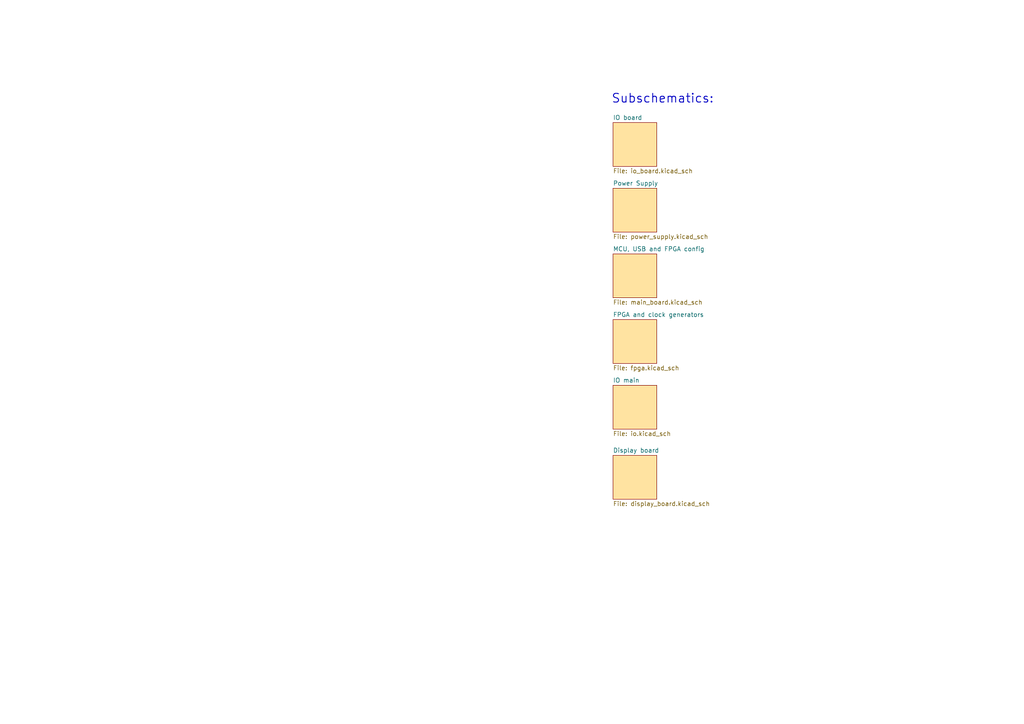
<source format=kicad_sch>
(kicad_sch
	(version 20250114)
	(generator "eeschema")
	(generator_version "9.0")
	(uuid "81929cdc-f9fd-4c47-8b7e-bc8597104756")
	(paper "A4")
	(title_block
		(title "16-in, 16-out USB <-> ADAT interface")
		(rev "1.0a")
		(company "Rethera")
		(comment 1 "Drawn by Łukasz Świszcz")
	)
	(lib_symbols)
	(text "Subschematics:"
		(exclude_from_sim no)
		(at 177.292 28.702 0)
		(effects
			(font
				(size 2.54 2.54)
				(thickness 0.254)
				(bold yes)
			)
			(justify left)
		)
		(uuid "10ccfa6c-dd58-4312-b58a-e4c08a5c0955")
	)
	(sheet
		(at 177.8 35.56)
		(size 12.7 12.7)
		(exclude_from_sim no)
		(in_bom yes)
		(on_board yes)
		(dnp no)
		(fields_autoplaced yes)
		(stroke
			(width 0.1524)
			(type solid)
		)
		(fill
			(color 255 227 161 1.0000)
		)
		(uuid "2798f55d-c401-4d3b-b8be-ffe1fd6e245a")
		(property "Sheetname" "IO board"
			(at 177.8 34.8484 0)
			(effects
				(font
					(size 1.27 1.27)
				)
				(justify left bottom)
			)
		)
		(property "Sheetfile" "io_board.kicad_sch"
			(at 177.8 48.8446 0)
			(effects
				(font
					(size 1.27 1.27)
				)
				(justify left top)
			)
		)
		(instances
			(project "adatv2"
				(path "/81929cdc-f9fd-4c47-8b7e-bc8597104756"
					(page "2")
				)
			)
		)
	)
	(sheet
		(at 177.8 111.76)
		(size 12.7 12.7)
		(exclude_from_sim no)
		(in_bom yes)
		(on_board yes)
		(dnp no)
		(fields_autoplaced yes)
		(stroke
			(width 0.1524)
			(type solid)
		)
		(fill
			(color 255 227 161 1.0000)
		)
		(uuid "48ac3253-1f5d-4e9f-aed5-ac922c87d2ee")
		(property "Sheetname" "IO main"
			(at 177.8 111.0484 0)
			(effects
				(font
					(size 1.27 1.27)
				)
				(justify left bottom)
			)
		)
		(property "Sheetfile" "io.kicad_sch"
			(at 177.8 125.0446 0)
			(effects
				(font
					(size 1.27 1.27)
				)
				(justify left top)
			)
		)
		(instances
			(project "adatv2"
				(path "/81929cdc-f9fd-4c47-8b7e-bc8597104756"
					(page "6")
				)
			)
		)
	)
	(sheet
		(at 177.8 54.61)
		(size 12.7 12.7)
		(exclude_from_sim no)
		(in_bom yes)
		(on_board yes)
		(dnp no)
		(fields_autoplaced yes)
		(stroke
			(width 0.1524)
			(type solid)
		)
		(fill
			(color 255 227 161 1.0000)
		)
		(uuid "60796416-9670-44ee-b184-e89641e8a32b")
		(property "Sheetname" "Power Supply"
			(at 177.8 53.8984 0)
			(effects
				(font
					(size 1.27 1.27)
				)
				(justify left bottom)
			)
		)
		(property "Sheetfile" "power_supply.kicad_sch"
			(at 177.8 67.8946 0)
			(effects
				(font
					(size 1.27 1.27)
				)
				(justify left top)
			)
		)
		(instances
			(project "adatv2"
				(path "/81929cdc-f9fd-4c47-8b7e-bc8597104756"
					(page "3")
				)
			)
		)
	)
	(sheet
		(at 177.8 132.08)
		(size 12.7 12.7)
		(exclude_from_sim no)
		(in_bom yes)
		(on_board yes)
		(dnp no)
		(fields_autoplaced yes)
		(stroke
			(width 0.1524)
			(type solid)
		)
		(fill
			(color 255 227 161 1.0000)
		)
		(uuid "9bc7ef03-1440-4b25-9006-2e198f2c786c")
		(property "Sheetname" "Display board"
			(at 177.8 131.3684 0)
			(effects
				(font
					(size 1.27 1.27)
				)
				(justify left bottom)
			)
		)
		(property "Sheetfile" "display_board.kicad_sch"
			(at 177.8 145.3646 0)
			(effects
				(font
					(size 1.27 1.27)
				)
				(justify left top)
			)
		)
		(instances
			(project "adatv2"
				(path "/81929cdc-f9fd-4c47-8b7e-bc8597104756"
					(page "7")
				)
			)
		)
	)
	(sheet
		(at 177.8 73.66)
		(size 12.7 12.7)
		(exclude_from_sim no)
		(in_bom yes)
		(on_board yes)
		(dnp no)
		(fields_autoplaced yes)
		(stroke
			(width 0.1524)
			(type solid)
		)
		(fill
			(color 255 227 161 1.0000)
		)
		(uuid "cefd53d3-c673-4ebe-b3bb-368fd3bd11c0")
		(property "Sheetname" "MCU, USB and FPGA config"
			(at 177.8 72.9484 0)
			(effects
				(font
					(size 1.27 1.27)
				)
				(justify left bottom)
			)
		)
		(property "Sheetfile" "main_board.kicad_sch"
			(at 177.8 86.9446 0)
			(effects
				(font
					(size 1.27 1.27)
				)
				(justify left top)
			)
		)
		(instances
			(project "adatv2"
				(path "/81929cdc-f9fd-4c47-8b7e-bc8597104756"
					(page "4")
				)
			)
		)
	)
	(sheet
		(at 177.8 92.71)
		(size 12.7 12.7)
		(exclude_from_sim no)
		(in_bom yes)
		(on_board yes)
		(dnp no)
		(fields_autoplaced yes)
		(stroke
			(width 0.1524)
			(type solid)
		)
		(fill
			(color 255 227 161 1.0000)
		)
		(uuid "e16f31ee-fe8d-4d79-a2fc-9e86f73bf11c")
		(property "Sheetname" "FPGA and clock generators"
			(at 177.8 91.9984 0)
			(effects
				(font
					(size 1.27 1.27)
				)
				(justify left bottom)
			)
		)
		(property "Sheetfile" "fpga.kicad_sch"
			(at 177.8 105.9946 0)
			(effects
				(font
					(size 1.27 1.27)
				)
				(justify left top)
			)
		)
		(instances
			(project "adatv2"
				(path "/81929cdc-f9fd-4c47-8b7e-bc8597104756"
					(page "5")
				)
			)
		)
	)
	(sheet_instances
		(path "/"
			(page "1")
		)
	)
	(embedded_fonts no)
)

</source>
